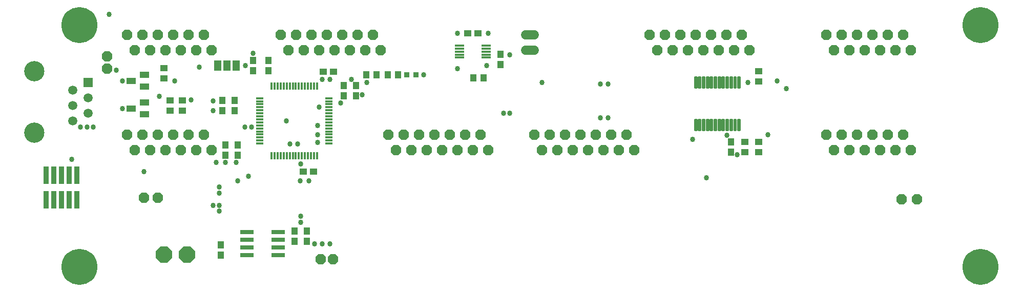
<source format=gbr>
G04 EAGLE Gerber RS-274X export*
G75*
%MOMM*%
%FSLAX34Y34*%
%LPD*%
%INSoldermask Top*%
%IPPOS*%
%AMOC8*
5,1,8,0,0,1.08239X$1,22.5*%
G01*
%ADD10C,5.943600*%
%ADD11R,1.499600X1.499600*%
%ADD12C,1.499600*%
%ADD13C,3.351600*%
%ADD14R,1.501600X0.401600*%
%ADD15R,0.838200X2.895600*%
%ADD16R,1.101600X1.201600*%
%ADD17R,0.901600X0.901600*%
%ADD18R,1.201600X1.101600*%
%ADD19C,0.343144*%
%ADD20R,0.406400X1.295400*%
%ADD21R,1.295400X0.406400*%
%ADD22P,1.842011X8X202.500000*%
%ADD23P,1.842011X8X22.500000*%
%ADD24P,2.859241X8X22.500000*%
%ADD25R,1.501600X1.101600*%
%ADD26C,1.524000*%
%ADD27R,2.301600X0.701600*%
%ADD28R,1.270000X1.701800*%
%ADD29C,0.858000*%


D10*
X35000Y35000D03*
X1525000Y35000D03*
D11*
X50000Y340000D03*
D12*
X24600Y327300D03*
X50000Y314600D03*
X24600Y301900D03*
X50000Y289200D03*
X24600Y276500D03*
D13*
X-38900Y359100D03*
X-38900Y257500D03*
D10*
X35000Y435000D03*
X1525000Y435000D03*
D14*
X663800Y401160D03*
X663800Y396160D03*
X663800Y391160D03*
X663800Y386160D03*
X663800Y381160D03*
X707800Y381160D03*
X707800Y386160D03*
X707800Y391160D03*
X707800Y396160D03*
X707800Y401160D03*
D15*
X31240Y186700D03*
X31240Y146060D03*
X18540Y186700D03*
X18540Y146060D03*
X5840Y186700D03*
X5840Y146060D03*
X-6860Y186700D03*
X-6860Y146060D03*
X-19560Y186700D03*
X-19560Y146060D03*
D16*
X562220Y353060D03*
X545220Y353060D03*
D17*
X591700Y353060D03*
X576700Y353060D03*
D16*
X391160Y77860D03*
X391160Y94860D03*
X411480Y77860D03*
X411480Y94860D03*
X269240Y55000D03*
X269240Y72000D03*
D18*
X677300Y421640D03*
X694300Y421640D03*
D16*
X731520Y386960D03*
X731520Y369960D03*
D19*
X1055183Y278043D02*
X1055183Y261457D01*
X1052797Y261457D01*
X1052797Y278043D01*
X1055183Y278043D01*
X1055183Y264716D02*
X1052797Y264716D01*
X1052797Y267975D02*
X1055183Y267975D01*
X1055183Y271234D02*
X1052797Y271234D01*
X1052797Y274493D02*
X1055183Y274493D01*
X1055183Y277752D02*
X1052797Y277752D01*
X1061683Y278043D02*
X1061683Y261457D01*
X1059297Y261457D01*
X1059297Y278043D01*
X1061683Y278043D01*
X1061683Y264716D02*
X1059297Y264716D01*
X1059297Y267975D02*
X1061683Y267975D01*
X1061683Y271234D02*
X1059297Y271234D01*
X1059297Y274493D02*
X1061683Y274493D01*
X1061683Y277752D02*
X1059297Y277752D01*
X1068183Y278043D02*
X1068183Y261457D01*
X1065797Y261457D01*
X1065797Y278043D01*
X1068183Y278043D01*
X1068183Y264716D02*
X1065797Y264716D01*
X1065797Y267975D02*
X1068183Y267975D01*
X1068183Y271234D02*
X1065797Y271234D01*
X1065797Y274493D02*
X1068183Y274493D01*
X1068183Y277752D02*
X1065797Y277752D01*
X1074683Y278043D02*
X1074683Y261457D01*
X1072297Y261457D01*
X1072297Y278043D01*
X1074683Y278043D01*
X1074683Y264716D02*
X1072297Y264716D01*
X1072297Y267975D02*
X1074683Y267975D01*
X1074683Y271234D02*
X1072297Y271234D01*
X1072297Y274493D02*
X1074683Y274493D01*
X1074683Y277752D02*
X1072297Y277752D01*
X1081183Y278043D02*
X1081183Y261457D01*
X1078797Y261457D01*
X1078797Y278043D01*
X1081183Y278043D01*
X1081183Y264716D02*
X1078797Y264716D01*
X1078797Y267975D02*
X1081183Y267975D01*
X1081183Y271234D02*
X1078797Y271234D01*
X1078797Y274493D02*
X1081183Y274493D01*
X1081183Y277752D02*
X1078797Y277752D01*
X1087683Y278043D02*
X1087683Y261457D01*
X1085297Y261457D01*
X1085297Y278043D01*
X1087683Y278043D01*
X1087683Y264716D02*
X1085297Y264716D01*
X1085297Y267975D02*
X1087683Y267975D01*
X1087683Y271234D02*
X1085297Y271234D01*
X1085297Y274493D02*
X1087683Y274493D01*
X1087683Y277752D02*
X1085297Y277752D01*
X1094183Y278043D02*
X1094183Y261457D01*
X1091797Y261457D01*
X1091797Y278043D01*
X1094183Y278043D01*
X1094183Y264716D02*
X1091797Y264716D01*
X1091797Y267975D02*
X1094183Y267975D01*
X1094183Y271234D02*
X1091797Y271234D01*
X1091797Y274493D02*
X1094183Y274493D01*
X1094183Y277752D02*
X1091797Y277752D01*
X1100683Y278043D02*
X1100683Y261457D01*
X1098297Y261457D01*
X1098297Y278043D01*
X1100683Y278043D01*
X1100683Y264716D02*
X1098297Y264716D01*
X1098297Y267975D02*
X1100683Y267975D01*
X1100683Y271234D02*
X1098297Y271234D01*
X1098297Y274493D02*
X1100683Y274493D01*
X1100683Y277752D02*
X1098297Y277752D01*
X1107183Y278043D02*
X1107183Y261457D01*
X1104797Y261457D01*
X1104797Y278043D01*
X1107183Y278043D01*
X1107183Y264716D02*
X1104797Y264716D01*
X1104797Y267975D02*
X1107183Y267975D01*
X1107183Y271234D02*
X1104797Y271234D01*
X1104797Y274493D02*
X1107183Y274493D01*
X1107183Y277752D02*
X1104797Y277752D01*
X1113683Y278043D02*
X1113683Y261457D01*
X1111297Y261457D01*
X1111297Y278043D01*
X1113683Y278043D01*
X1113683Y264716D02*
X1111297Y264716D01*
X1111297Y267975D02*
X1113683Y267975D01*
X1113683Y271234D02*
X1111297Y271234D01*
X1111297Y274493D02*
X1113683Y274493D01*
X1113683Y277752D02*
X1111297Y277752D01*
X1120183Y278043D02*
X1120183Y261457D01*
X1117797Y261457D01*
X1117797Y278043D01*
X1120183Y278043D01*
X1120183Y264716D02*
X1117797Y264716D01*
X1117797Y267975D02*
X1120183Y267975D01*
X1120183Y271234D02*
X1117797Y271234D01*
X1117797Y274493D02*
X1120183Y274493D01*
X1120183Y277752D02*
X1117797Y277752D01*
X1126683Y278043D02*
X1126683Y261457D01*
X1124297Y261457D01*
X1124297Y278043D01*
X1126683Y278043D01*
X1126683Y264716D02*
X1124297Y264716D01*
X1124297Y267975D02*
X1126683Y267975D01*
X1126683Y271234D02*
X1124297Y271234D01*
X1124297Y274493D02*
X1126683Y274493D01*
X1126683Y277752D02*
X1124297Y277752D01*
X1126683Y331557D02*
X1126683Y348143D01*
X1126683Y331557D02*
X1124297Y331557D01*
X1124297Y348143D01*
X1126683Y348143D01*
X1126683Y334816D02*
X1124297Y334816D01*
X1124297Y338075D02*
X1126683Y338075D01*
X1126683Y341334D02*
X1124297Y341334D01*
X1124297Y344593D02*
X1126683Y344593D01*
X1126683Y347852D02*
X1124297Y347852D01*
X1120183Y348143D02*
X1120183Y331557D01*
X1117797Y331557D01*
X1117797Y348143D01*
X1120183Y348143D01*
X1120183Y334816D02*
X1117797Y334816D01*
X1117797Y338075D02*
X1120183Y338075D01*
X1120183Y341334D02*
X1117797Y341334D01*
X1117797Y344593D02*
X1120183Y344593D01*
X1120183Y347852D02*
X1117797Y347852D01*
X1113683Y348143D02*
X1113683Y331557D01*
X1111297Y331557D01*
X1111297Y348143D01*
X1113683Y348143D01*
X1113683Y334816D02*
X1111297Y334816D01*
X1111297Y338075D02*
X1113683Y338075D01*
X1113683Y341334D02*
X1111297Y341334D01*
X1111297Y344593D02*
X1113683Y344593D01*
X1113683Y347852D02*
X1111297Y347852D01*
X1107183Y348143D02*
X1107183Y331557D01*
X1104797Y331557D01*
X1104797Y348143D01*
X1107183Y348143D01*
X1107183Y334816D02*
X1104797Y334816D01*
X1104797Y338075D02*
X1107183Y338075D01*
X1107183Y341334D02*
X1104797Y341334D01*
X1104797Y344593D02*
X1107183Y344593D01*
X1107183Y347852D02*
X1104797Y347852D01*
X1100683Y348143D02*
X1100683Y331557D01*
X1098297Y331557D01*
X1098297Y348143D01*
X1100683Y348143D01*
X1100683Y334816D02*
X1098297Y334816D01*
X1098297Y338075D02*
X1100683Y338075D01*
X1100683Y341334D02*
X1098297Y341334D01*
X1098297Y344593D02*
X1100683Y344593D01*
X1100683Y347852D02*
X1098297Y347852D01*
X1094183Y348143D02*
X1094183Y331557D01*
X1091797Y331557D01*
X1091797Y348143D01*
X1094183Y348143D01*
X1094183Y334816D02*
X1091797Y334816D01*
X1091797Y338075D02*
X1094183Y338075D01*
X1094183Y341334D02*
X1091797Y341334D01*
X1091797Y344593D02*
X1094183Y344593D01*
X1094183Y347852D02*
X1091797Y347852D01*
X1087683Y348143D02*
X1087683Y331557D01*
X1085297Y331557D01*
X1085297Y348143D01*
X1087683Y348143D01*
X1087683Y334816D02*
X1085297Y334816D01*
X1085297Y338075D02*
X1087683Y338075D01*
X1087683Y341334D02*
X1085297Y341334D01*
X1085297Y344593D02*
X1087683Y344593D01*
X1087683Y347852D02*
X1085297Y347852D01*
X1081183Y348143D02*
X1081183Y331557D01*
X1078797Y331557D01*
X1078797Y348143D01*
X1081183Y348143D01*
X1081183Y334816D02*
X1078797Y334816D01*
X1078797Y338075D02*
X1081183Y338075D01*
X1081183Y341334D02*
X1078797Y341334D01*
X1078797Y344593D02*
X1081183Y344593D01*
X1081183Y347852D02*
X1078797Y347852D01*
X1074683Y348143D02*
X1074683Y331557D01*
X1072297Y331557D01*
X1072297Y348143D01*
X1074683Y348143D01*
X1074683Y334816D02*
X1072297Y334816D01*
X1072297Y338075D02*
X1074683Y338075D01*
X1074683Y341334D02*
X1072297Y341334D01*
X1072297Y344593D02*
X1074683Y344593D01*
X1074683Y347852D02*
X1072297Y347852D01*
X1068183Y348143D02*
X1068183Y331557D01*
X1065797Y331557D01*
X1065797Y348143D01*
X1068183Y348143D01*
X1068183Y334816D02*
X1065797Y334816D01*
X1065797Y338075D02*
X1068183Y338075D01*
X1068183Y341334D02*
X1065797Y341334D01*
X1065797Y344593D02*
X1068183Y344593D01*
X1068183Y347852D02*
X1065797Y347852D01*
X1061683Y348143D02*
X1061683Y331557D01*
X1059297Y331557D01*
X1059297Y348143D01*
X1061683Y348143D01*
X1061683Y334816D02*
X1059297Y334816D01*
X1059297Y338075D02*
X1061683Y338075D01*
X1061683Y341334D02*
X1059297Y341334D01*
X1059297Y344593D02*
X1061683Y344593D01*
X1061683Y347852D02*
X1059297Y347852D01*
X1055183Y348143D02*
X1055183Y331557D01*
X1052797Y331557D01*
X1052797Y348143D01*
X1055183Y348143D01*
X1055183Y334816D02*
X1052797Y334816D01*
X1052797Y338075D02*
X1055183Y338075D01*
X1055183Y341334D02*
X1052797Y341334D01*
X1052797Y344593D02*
X1055183Y344593D01*
X1055183Y347852D02*
X1052797Y347852D01*
D20*
X427990Y334140D03*
X422990Y334140D03*
X417990Y334140D03*
X412990Y334140D03*
X407990Y334140D03*
X402990Y334140D03*
X397990Y334140D03*
X392990Y334140D03*
X387990Y334140D03*
X382990Y334140D03*
X377990Y334140D03*
X372990Y334140D03*
X367990Y334140D03*
X362990Y334140D03*
X357990Y334140D03*
X352990Y334140D03*
D21*
X332990Y314140D03*
X332990Y309140D03*
X332990Y304140D03*
X332990Y299140D03*
X332990Y294140D03*
X332990Y289140D03*
X332990Y284140D03*
X332990Y279140D03*
X332990Y274140D03*
X332990Y269140D03*
X332990Y264140D03*
X332990Y259140D03*
X332990Y254140D03*
X332990Y249140D03*
X332990Y244140D03*
X332990Y239140D03*
D20*
X352990Y219140D03*
X357990Y219140D03*
X362990Y219140D03*
X367990Y219140D03*
X372990Y219140D03*
X377990Y219140D03*
X382990Y219140D03*
X387990Y219140D03*
X392990Y219140D03*
X397990Y219140D03*
X402990Y219140D03*
X407990Y219140D03*
X412990Y219140D03*
X417990Y219140D03*
X422990Y219140D03*
X427990Y219140D03*
D21*
X447990Y239140D03*
X447990Y244140D03*
X447990Y249140D03*
X447990Y254140D03*
X447990Y259140D03*
X447990Y264140D03*
X447990Y269140D03*
X447990Y274140D03*
X447990Y279140D03*
X447990Y284140D03*
X447990Y289140D03*
X447990Y294140D03*
X447990Y299140D03*
X447990Y304140D03*
X447990Y309140D03*
X447990Y314140D03*
D16*
X1112520Y242180D03*
X1112520Y225180D03*
D18*
X1158240Y359020D03*
X1158240Y342020D03*
X1158240Y242180D03*
X1158240Y225180D03*
X1135380Y242180D03*
X1135380Y225180D03*
D22*
X254000Y228600D03*
X241300Y254000D03*
X228600Y228600D03*
X215900Y254000D03*
X203200Y228600D03*
X190500Y254000D03*
X177800Y228600D03*
X165100Y254000D03*
X152400Y228600D03*
X139700Y254000D03*
X127000Y228600D03*
X114300Y254000D03*
X254000Y393700D03*
X241300Y419100D03*
X228600Y393700D03*
X215900Y419100D03*
X203200Y393700D03*
X190500Y419100D03*
X177800Y393700D03*
X165100Y419100D03*
X152400Y393700D03*
X139700Y419100D03*
X127000Y393700D03*
X114300Y419100D03*
D23*
X1270000Y254000D03*
X1282700Y228600D03*
X1295400Y254000D03*
X1308100Y228600D03*
X1320800Y254000D03*
X1333500Y228600D03*
X1346200Y254000D03*
X1358900Y228600D03*
X1371600Y254000D03*
X1384300Y228600D03*
X1397000Y254000D03*
X1409700Y228600D03*
X1270000Y419100D03*
X1282700Y393700D03*
X1295400Y419100D03*
X1308100Y393700D03*
X1320800Y419100D03*
X1333500Y393700D03*
X1346200Y419100D03*
X1358900Y393700D03*
X1371600Y419100D03*
X1384300Y393700D03*
X1397000Y419100D03*
X1409700Y393700D03*
X546100Y254000D03*
X558800Y228600D03*
X571500Y254000D03*
X584200Y228600D03*
X596900Y254000D03*
X609600Y228600D03*
X622300Y254000D03*
X635000Y228600D03*
X647700Y254000D03*
X660400Y228600D03*
X673100Y254000D03*
X685800Y228600D03*
X698500Y254000D03*
X711200Y228600D03*
X368300Y419100D03*
X381000Y393700D03*
X393700Y419100D03*
X406400Y393700D03*
X419100Y419100D03*
X431800Y393700D03*
X444500Y419100D03*
X457200Y393700D03*
X469900Y419100D03*
X482600Y393700D03*
X495300Y419100D03*
X508000Y393700D03*
X520700Y419100D03*
X533400Y393700D03*
D22*
X952500Y228600D03*
X939800Y254000D03*
X927100Y228600D03*
X914400Y254000D03*
X901700Y228600D03*
X889000Y254000D03*
X876300Y228600D03*
X863600Y254000D03*
X850900Y228600D03*
X838200Y254000D03*
X825500Y228600D03*
X812800Y254000D03*
X800100Y228600D03*
X787400Y254000D03*
X1143000Y393700D03*
X1130300Y419100D03*
X1117600Y393700D03*
X1104900Y419100D03*
X1092200Y393700D03*
X1079500Y419100D03*
X1066800Y393700D03*
X1054100Y419100D03*
X1041400Y393700D03*
X1028700Y419100D03*
X1016000Y393700D03*
X1003300Y419100D03*
X990600Y393700D03*
X977900Y419100D03*
D16*
X276860Y237100D03*
X276860Y220100D03*
X297180Y220100D03*
X297180Y237100D03*
X292100Y293760D03*
X292100Y310760D03*
D18*
X422520Y193040D03*
X405520Y193040D03*
D16*
X472440Y334890D03*
X472440Y317890D03*
D18*
X438540Y358140D03*
X455540Y358140D03*
D16*
X322580Y359800D03*
X322580Y376800D03*
X271780Y293760D03*
X271780Y310760D03*
X492760Y334890D03*
X492760Y317890D03*
X347980Y359800D03*
X347980Y376800D03*
X703190Y347980D03*
X686190Y347980D03*
D24*
X175260Y55880D03*
X213360Y55880D03*
D23*
X165100Y149860D03*
X142240Y149860D03*
X1394460Y147320D03*
X1419860Y147320D03*
D25*
X143080Y333400D03*
X143080Y352400D03*
X121080Y342900D03*
X143080Y287680D03*
X143080Y306680D03*
X121080Y297180D03*
D26*
X772668Y419100D02*
X786892Y419100D01*
X786892Y393700D02*
X772668Y393700D01*
D16*
X509660Y353060D03*
X526660Y353060D03*
D27*
X311820Y80010D03*
X363820Y80010D03*
X311820Y92710D03*
X311820Y67310D03*
X311820Y54610D03*
X363820Y92710D03*
X363820Y67310D03*
X363820Y54610D03*
D18*
X205740Y293760D03*
X205740Y310760D03*
X185420Y310760D03*
X185420Y293760D03*
X175260Y347100D03*
X175260Y364100D03*
D28*
X264160Y368300D03*
X279400Y368300D03*
X294640Y368300D03*
D23*
X434340Y48260D03*
X454660Y48260D03*
X81280Y363220D03*
X81280Y383540D03*
D29*
X22860Y213360D03*
X36940Y266700D03*
X48260Y266700D03*
X58420Y266700D03*
X1049020Y246380D03*
X708660Y368300D03*
X1071880Y182880D03*
X322580Y388620D03*
X276860Y208280D03*
X400050Y177800D03*
X449580Y345440D03*
X503066Y320040D03*
X256540Y309880D03*
X604520Y353060D03*
X711200Y421640D03*
X261620Y208280D03*
X1140460Y340360D03*
X106680Y342900D03*
X106680Y297180D03*
X510540Y340360D03*
X401320Y109220D03*
X401320Y119380D03*
X219710Y311150D03*
X429260Y269240D03*
X266450Y127250D03*
X429260Y254000D03*
X266700Y157480D03*
X377190Y276860D03*
X266700Y167640D03*
X1188720Y342900D03*
X1122826Y220980D03*
X436880Y345440D03*
X485140Y345440D03*
X414218Y177800D03*
X294640Y208280D03*
X256540Y293370D03*
X660400Y421640D03*
X660400Y363220D03*
X449580Y73660D03*
X436880Y73660D03*
X424180Y73660D03*
X193040Y342900D03*
X309880Y368300D03*
X467360Y305970D03*
X320040Y266700D03*
X84428Y452728D03*
X746760Y289560D03*
X746760Y386080D03*
X233680Y365760D03*
X96520Y360680D03*
X167640Y317500D03*
X736600Y289560D03*
X429260Y241300D03*
X266700Y137160D03*
X401320Y205740D03*
X256540Y137170D03*
X896620Y337820D03*
X896620Y281940D03*
X909320Y337820D03*
X909320Y281940D03*
X308550Y266760D03*
X431800Y299720D03*
X800100Y340360D03*
X396240Y238760D03*
X314960Y185420D03*
X142240Y193040D03*
X383540Y238760D03*
X297180Y177800D03*
X1105660Y252986D03*
X1173480Y254000D03*
X1203960Y330200D03*
M02*

</source>
